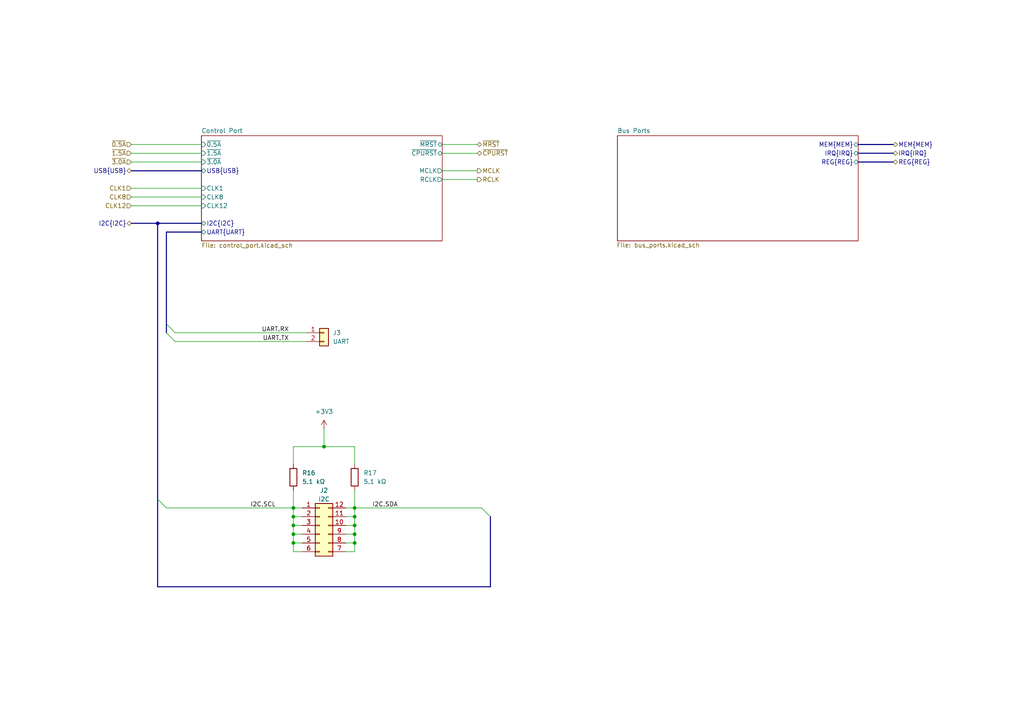
<source format=kicad_sch>
(kicad_sch (version 20231120) (generator "eeschema") (generator_version "8.0")
  (paper "A4")
  (title_block (title "RVFS External Interface") (date "2024-08-17") (rev "0.0.1") (comment 2 "The I2C header provides optional I2C access to each peripheral via separate cables.") (comment 3 "The UART header allows a single peripheral to have a UART link via a separate cable.") (comment 4 "Debuggers and programmers connect via the control and bus ports."))
  (lib_symbols
    (symbol "Connector_Generic:Conn_01x02" (pin_names (offset 1.016) hide)
      (property "Reference" "J" (at 0 2.54 0))
      (property "Value" "Conn_01x02" (at 0 -5.08 0))
      (symbol "Conn_01x02_1_1"
        (rectangle (start -1.27 -2.413) (end 0 -2.667) (stroke (width 0.1524)))
        (rectangle (start -1.27 0.127) (end 0 -0.127) (stroke (width 0.1524)))
        (rectangle (start -1.27 1.27) (end 1.27 -3.81) (stroke (width 0.254)) (fill (type background)))
        (pin passive line (at -5.08 0 0) (length 3.81) (name "Pin_1") (number "1"))
        (pin passive line (at -5.08 -2.54 0) (length 3.81) (name "Pin_2") (number "2"))
      )
    )
    (symbol "Connector_Generic:Conn_02x06_Counter_Clockwise" (pin_names (offset 1.016) hide)
      (property "Reference" "J" (at 1.27 7.62 0))
      (property "Value" "Conn_02x06_Counter_Clockwise" (at 1.27 -10.16 0))
      (symbol "Conn_02x06_Counter_Clockwise_1_1"
        (rectangle (start -1.27 -7.493) (end 0 -7.747) (stroke (width 0.1524)))
        (rectangle (start -1.27 -4.953) (end 0 -5.207) (stroke (width 0.1524)))
        (rectangle (start -1.27 -2.413) (end 0 -2.667) (stroke (width 0.1524)))
        (rectangle (start -1.27 0.127) (end 0 -0.127) (stroke (width 0.1524)))
        (rectangle (start -1.27 2.667) (end 0 2.413) (stroke (width 0.1524)))
        (rectangle (start -1.27 5.207) (end 0 4.953) (stroke (width 0.1524)))
        (rectangle (start -1.27 6.35) (end 3.81 -8.89) (stroke (width 0.254)) (fill (type background)))
        (rectangle (start 3.81 -7.493) (end 2.54 -7.747) (stroke (width 0.1524)))
        (rectangle (start 3.81 -4.953) (end 2.54 -5.207) (stroke (width 0.1524)))
        (rectangle (start 3.81 -2.413) (end 2.54 -2.667) (stroke (width 0.1524)))
        (rectangle (start 3.81 0.127) (end 2.54 -0.127) (stroke (width 0.1524)))
        (rectangle (start 3.81 2.667) (end 2.54 2.413) (stroke (width 0.1524)))
        (rectangle (start 3.81 5.207) (end 2.54 4.953) (stroke (width 0.1524)))
        (pin passive line (at -5.08 5.08 0) (length 3.81) (name "Pin_1") (number "1"))
        (pin passive line (at 7.62 0 180) (length 3.81) (name "Pin_10") (number "10"))
        (pin passive line (at 7.62 2.54 180) (length 3.81) (name "Pin_11") (number "11"))
        (pin passive line (at 7.62 5.08 180) (length 3.81) (name "Pin_12") (number "12"))
        (pin passive line (at -5.08 2.54 0) (length 3.81) (name "Pin_2") (number "2"))
        (pin passive line (at -5.08 0 0) (length 3.81) (name "Pin_3") (number "3"))
        (pin passive line (at -5.08 -2.54 0) (length 3.81) (name "Pin_4") (number "4"))
        (pin passive line (at -5.08 -5.08 0) (length 3.81) (name "Pin_5") (number "5"))
        (pin passive line (at -5.08 -7.62 0) (length 3.81) (name "Pin_6") (number "6"))
        (pin passive line (at 7.62 -7.62 180) (length 3.81) (name "Pin_7") (number "7"))
        (pin passive line (at 7.62 -5.08 180) (length 3.81) (name "Pin_8") (number "8"))
        (pin passive line (at 7.62 -2.54 180) (length 3.81) (name "Pin_9") (number "9"))
      )
    )
    (symbol "Device:R" (pin_numbers hide) (pin_names (offset 0))
      (property "Reference" "R" (at 2.032 0 90))
      (property "Value" "R" (at 0 0 90))
      (symbol "R_0_1"
        (rectangle (start -1.016 -2.54) (end 1.016 2.54) (stroke (width 0.254)))
      )
      (symbol "R_1_1"
        (pin passive line (at 0 3.81 270) (length 1.27) (name "~") (number "1"))
        (pin passive line (at 0 -3.81 90) (length 1.27) (name "~") (number "2"))
      )
    )
    (symbol "power:+3V3" (power) (pin_numbers hide) (pin_names (offset 0) hide)
      (property "Value" "+3V3" (at 0 3.556 0))
      (symbol "+3V3_0_1"
        (polyline (pts (xy -0.762 1.27) (xy 0 2.54)))
        (polyline (pts (xy 0 0) (xy 0 2.54)))
        (polyline (pts (xy 0 2.54) (xy 0.762 1.27)))
      )
      (symbol "+3V3_1_1"
        (pin power_in line (at 0 0 90) (length 0) (name "~") (number "1"))
      )
    )
  )
  (junction (at 102.87 154.94))
  (junction (at 85.09 149.86))
  (junction (at 85.09 147.32))
  (junction (at 102.87 152.4))
  (junction (at 102.87 147.32))
  (junction (at 102.87 157.48))
  (junction (at 85.09 157.48))
  (junction (at 85.09 154.94))
  (junction (at 85.09 152.4))
  (junction (at 93.98 129.54))
  (junction (at 45.72 64.77))
  (junction (at 102.87 149.86))
  (bus_entry (at 48.26 93.98) (size 2.54 2.54))
  (bus_entry (at 142.24 149.86) (size -2.54 -2.54))
  (bus_entry (at 45.72 144.78) (size 2.54 2.54))
  (bus_entry (at 48.26 96.52) (size 2.54 2.54))
  (wire (pts (xy 85.09 152.4) (xy 85.09 154.94)))
  (wire (pts (xy 102.87 129.54) (xy 102.87 134.62)))
  (wire (pts (xy 85.09 149.86) (xy 85.09 152.4)))
  (wire (pts (xy 102.87 147.32) (xy 139.7 147.32)))
  (wire (pts (xy 93.98 124.46) (xy 93.98 129.54)))
  (wire (pts (xy 102.87 142.24) (xy 102.87 147.32)))
  (wire (pts (xy 100.33 154.94) (xy 102.87 154.94)))
  (wire (pts (xy 85.09 129.54) (xy 93.98 129.54)))
  (wire (pts (xy 85.09 160.02) (xy 87.63 160.02)))
  (bus (pts (xy 48.26 67.31) (xy 48.26 93.98)))
  (wire (pts (xy 85.09 154.94) (xy 85.09 157.48)))
  (bus (pts (xy 142.24 149.86) (xy 142.24 170.18)))
  (wire (pts (xy 100.33 147.32) (xy 102.87 147.32)))
  (wire (pts (xy 100.33 157.48) (xy 102.87 157.48)))
  (bus (pts (xy 248.92 46.99) (xy 259.08 46.99)))
  (wire (pts (xy 128.27 44.45) (xy 138.43 44.45)))
  (bus (pts (xy 45.72 170.18) (xy 142.24 170.18)))
  (wire (pts (xy 100.33 149.86) (xy 102.87 149.86)))
  (wire (pts (xy 38.1 46.99) (xy 58.42 46.99)))
  (wire (pts (xy 93.98 129.54) (xy 102.87 129.54)))
  (wire (pts (xy 48.26 147.32) (xy 85.09 147.32)))
  (wire (pts (xy 87.63 147.32) (xy 85.09 147.32)))
  (wire (pts (xy 102.87 160.02) (xy 100.33 160.02)))
  (bus (pts (xy 48.26 67.31) (xy 58.42 67.31)))
  (bus (pts (xy 38.1 64.77) (xy 45.72 64.77)))
  (wire (pts (xy 102.87 149.86) (xy 102.87 152.4)))
  (wire (pts (xy 85.09 147.32) (xy 85.09 149.86)))
  (wire (pts (xy 85.09 134.62) (xy 85.09 129.54)))
  (bus (pts (xy 48.26 93.98) (xy 48.26 96.52)))
  (wire (pts (xy 128.27 49.53) (xy 138.43 49.53)))
  (wire (pts (xy 38.1 59.69) (xy 58.42 59.69)))
  (wire (pts (xy 50.8 96.52) (xy 88.9 96.52)))
  (bus (pts (xy 248.92 44.45) (xy 259.08 44.45)))
  (wire (pts (xy 128.27 52.07) (xy 138.43 52.07)))
  (bus (pts (xy 45.72 144.78) (xy 45.72 170.18)))
  (wire (pts (xy 102.87 154.94) (xy 102.87 157.48)))
  (wire (pts (xy 85.09 152.4) (xy 87.63 152.4)))
  (bus (pts (xy 248.92 41.91) (xy 259.08 41.91)))
  (wire (pts (xy 85.09 154.94) (xy 87.63 154.94)))
  (wire (pts (xy 128.27 41.91) (xy 138.43 41.91)))
  (wire (pts (xy 102.87 147.32) (xy 102.87 149.86)))
  (wire (pts (xy 85.09 149.86) (xy 87.63 149.86)))
  (bus (pts (xy 38.1 49.53) (xy 58.42 49.53)))
  (wire (pts (xy 100.33 152.4) (xy 102.87 152.4)))
  (wire (pts (xy 102.87 152.4) (xy 102.87 154.94)))
  (wire (pts (xy 85.09 157.48) (xy 85.09 160.02)))
  (wire (pts (xy 38.1 54.61) (xy 58.42 54.61)))
  (bus (pts (xy 45.72 64.77) (xy 45.72 144.78)))
  (wire (pts (xy 102.87 157.48) (xy 102.87 160.02)))
  (wire (pts (xy 38.1 57.15) (xy 58.42 57.15)))
  (wire (pts (xy 38.1 44.45) (xy 58.42 44.45)))
  (wire (pts (xy 85.09 157.48) (xy 87.63 157.48)))
  (wire (pts (xy 38.1 41.91) (xy 58.42 41.91)))
  (wire (pts (xy 50.8 99.06) (xy 88.9 99.06)))
  (bus (pts (xy 45.72 64.77) (xy 58.42 64.77)))
  (wire (pts (xy 85.09 142.24) (xy 85.09 147.32)))
  (label "I2C.SDA" (at 107.95 147.32 0))
  (label "UART.TX" (at 83.82 99.06 180))
  (label "I2C.SCL" (at 80.01 147.32 180))
  (label "UART.RX" (at 83.82 96.52 180))
  (hierarchical_label "~{1.5A}" (shape input) (at 38.1 44.45 180))
  (hierarchical_label "IRQ{IRQ}" (shape bidirectional) (at 259.08 44.45 0))
  (hierarchical_label "REG{REG}" (shape bidirectional) (at 259.08 46.99 0))
  (hierarchical_label "~{0.5A}" (shape input) (at 38.1 41.91 180))
  (hierarchical_label "I2C{I2C}" (shape bidirectional) (at 38.1 64.77 180))
  (hierarchical_label "MEM{MEM}" (shape bidirectional) (at 259.08 41.91 0))
  (hierarchical_label "~{3.0A}" (shape input) (at 38.1 46.99 180))
  (hierarchical_label "~{CPURST}" (shape bidirectional) (at 138.43 44.45 0))
  (hierarchical_label "USB{USB}" (shape bidirectional) (at 38.1 49.53 180))
  (hierarchical_label "~{MRST}" (shape bidirectional) (at 138.43 41.91 0))
  (hierarchical_label "RCLK" (shape output) (at 138.43 52.07 0))
  (hierarchical_label "MCLK" (shape output) (at 138.43 49.53 0))
  (hierarchical_label "CLK8" (shape input) (at 38.1 57.15 180))
  (hierarchical_label "CLK12" (shape input) (at 38.1 59.69 180))
  (hierarchical_label "CLK1" (shape input) (at 38.1 54.61 180))
  (symbol (lib_id "Connector_Generic:Conn_01x02") (at 93.98 96.52 0) (unit 1)
    (property "Reference" "J3" (at 96.52 96.5199 0) (effects (justify left)))
    (property "Value" "UART" (at 96.52 99.0599 0) (effects (justify left)))
    (property "Description" "Generic connector, single row, 01x02, script generated (kicad-library-utils/schlib/autogen/connector/)" (effects (hide yes)))
  )
  (symbol (lib_id "power:+3V3") (at 93.98 124.46 0) (unit 1)
    (property "Reference" "#PWR0100" (effects (hide yes)))
    (property "Value" "+3V3" (at 93.98 119.38 0))
    (property "Description" "Power symbol creates a global label with name \"+3V3\"" (effects (hide yes)))
  )
  (symbol (lib_id "Device:R") (at 85.09 138.43 0) (unit 1)
    (property "Reference" "R16" (at 87.63 137.1599 0) (effects (justify left)))
    (property "Value" "5.1 kΩ" (at 87.63 139.6999 0) (effects (justify left)))
    (property "Description" "Resistor" (effects (hide yes)))
  )
  (symbol (lib_id "Connector_Generic:Conn_02x06_Counter_Clockwise") (at 92.71 152.4 0) (unit 1)
    (property "Reference" "J2" (at 93.98 142.24 0))
    (property "Value" "I2C" (at 93.98 144.78 0))
    (property "Description" "Generic connector, double row, 02x06, counter clockwise pin numbering scheme (similar to DIP package numbering), script generated (kicad-library-utils/schlib/autogen/connector/)" (effects (hide yes)))
  )
  (symbol (lib_id "Device:R") (at 102.87 138.43 0) (unit 1)
    (property "Reference" "R17" (at 105.41 137.1599 0) (effects (justify left)))
    (property "Value" "5.1 kΩ" (at 105.41 139.6999 0) (effects (justify left)))
    (property "Description" "Resistor" (effects (hide yes)))
  )
  (sheet (at 58.42 39.37) (size 69.85 30.48) (stroke (width 0.1524))
    (property "Sheetname" "Control Port" (at 58.42 38.6584 0) (effects (justify left bottom)))
    (property "Sheetfile" "control_port.kicad_sch" (at 58.42 70.4346 0) (effects (justify left top)))
    (pin "UART{UART}" bidirectional (at 58.42 67.31 180))
    (pin "~{MRST}" bidirectional (at 128.27 41.91 0))
    (pin "I2C{I2C}" bidirectional (at 58.42 64.77 180))
    (pin "USB{USB}" bidirectional (at 58.42 49.53 180))
    (pin "CLK1" input (at 58.42 54.61 180))
    (pin "CLK8" input (at 58.42 57.15 180))
    (pin "RCLK" output (at 128.27 52.07 0))
    (pin "MCLK" output (at 128.27 49.53 0))
    (pin "CLK12" input (at 58.42 59.69 180))
    (pin "~{CPURST}" bidirectional (at 128.27 44.45 0))
    (pin "~{3.0A}" input (at 58.42 46.99 180))
    (pin "~{0.5A}" input (at 58.42 41.91 180))
    (pin "~{1.5A}" input (at 58.42 44.45 180))
  )
  (sheet (at 179.07 39.37) (size 69.85 30.48) (stroke (width 0.1524))
    (property "Sheetname" "Bus Ports" (at 179.07 38.6584 0) (effects (justify left bottom)))
    (property "Sheetfile" "bus_ports.kicad_sch" (at 178.816 70.358 0) (effects (justify left top)))
    (pin "MEM{MEM}" bidirectional (at 248.92 41.91 0))
    (pin "REG{REG}" bidirectional (at 248.92 46.99 0))
    (pin "IRQ{IRQ}" bidirectional (at 248.92 44.45 0))
  )
)
</source>
